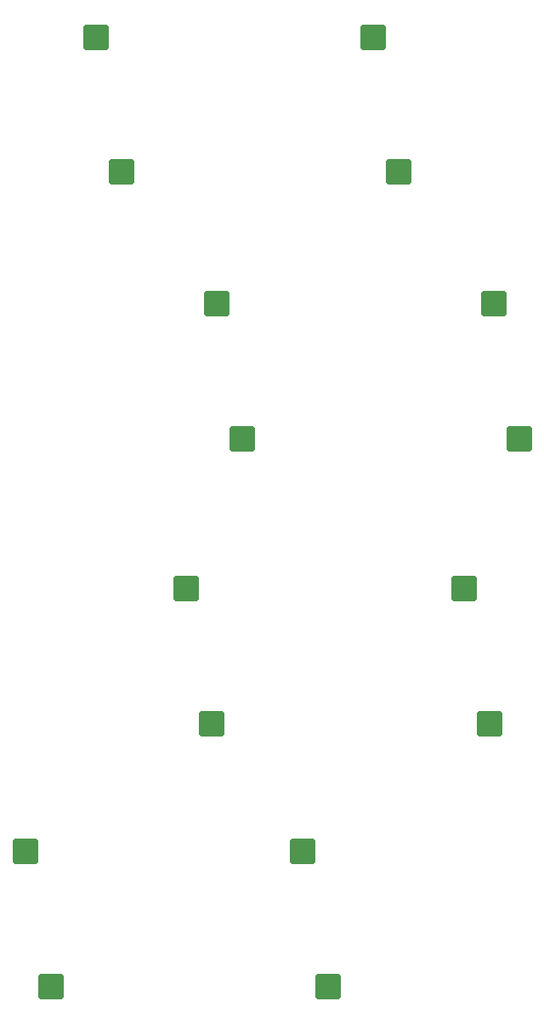
<source format=gbr>
%TF.GenerationSoftware,KiCad,Pcbnew,(6.0.7)*%
%TF.CreationDate,2023-01-05T19:35:34-06:00*%
%TF.ProjectId,OpenRectangle,4f70656e-5265-4637-9461-6e676c652e6b,rev?*%
%TF.SameCoordinates,Original*%
%TF.FileFunction,Paste,Bot*%
%TF.FilePolarity,Positive*%
%FSLAX46Y46*%
G04 Gerber Fmt 4.6, Leading zero omitted, Abs format (unit mm)*
G04 Created by KiCad (PCBNEW (6.0.7)) date 2023-01-05 19:35:34*
%MOMM*%
%LPD*%
G01*
G04 APERTURE LIST*
G04 Aperture macros list*
%AMRoundRect*
0 Rectangle with rounded corners*
0 $1 Rounding radius*
0 $2 $3 $4 $5 $6 $7 $8 $9 X,Y pos of 4 corners*
0 Add a 4 corners polygon primitive as box body*
4,1,4,$2,$3,$4,$5,$6,$7,$8,$9,$2,$3,0*
0 Add four circle primitives for the rounded corners*
1,1,$1+$1,$2,$3*
1,1,$1+$1,$4,$5*
1,1,$1+$1,$6,$7*
1,1,$1+$1,$8,$9*
0 Add four rect primitives between the rounded corners*
20,1,$1+$1,$2,$3,$4,$5,0*
20,1,$1+$1,$4,$5,$6,$7,0*
20,1,$1+$1,$6,$7,$8,$9,0*
20,1,$1+$1,$8,$9,$2,$3,0*%
G04 Aperture macros list end*
%ADD10RoundRect,0.250000X1.000000X-1.025000X1.000000X1.025000X-1.000000X1.025000X-1.000000X-1.025000X0*%
G04 APERTURE END LIST*
D10*
%TO.C,SW10*%
X221145968Y-28421760D03*
X223685968Y-41871760D03*
%TD*%
%TO.C,SW2*%
X260750968Y-54939760D03*
X263290968Y-68389760D03*
%TD*%
%TO.C,SW13*%
X214129968Y-109517760D03*
X216669968Y-122967760D03*
%TD*%
%TO.C,SW11*%
X233140968Y-54939760D03*
X235680968Y-68389760D03*
%TD*%
%TO.C,SW3*%
X257775968Y-83294760D03*
X260315968Y-96744760D03*
%TD*%
%TO.C,SW4*%
X241739968Y-109517760D03*
X244279968Y-122967760D03*
%TD*%
%TO.C,SW12*%
X230165968Y-83294760D03*
X232705968Y-96744760D03*
%TD*%
%TO.C,SW1*%
X248754968Y-28421760D03*
X251294968Y-41871760D03*
%TD*%
M02*

</source>
